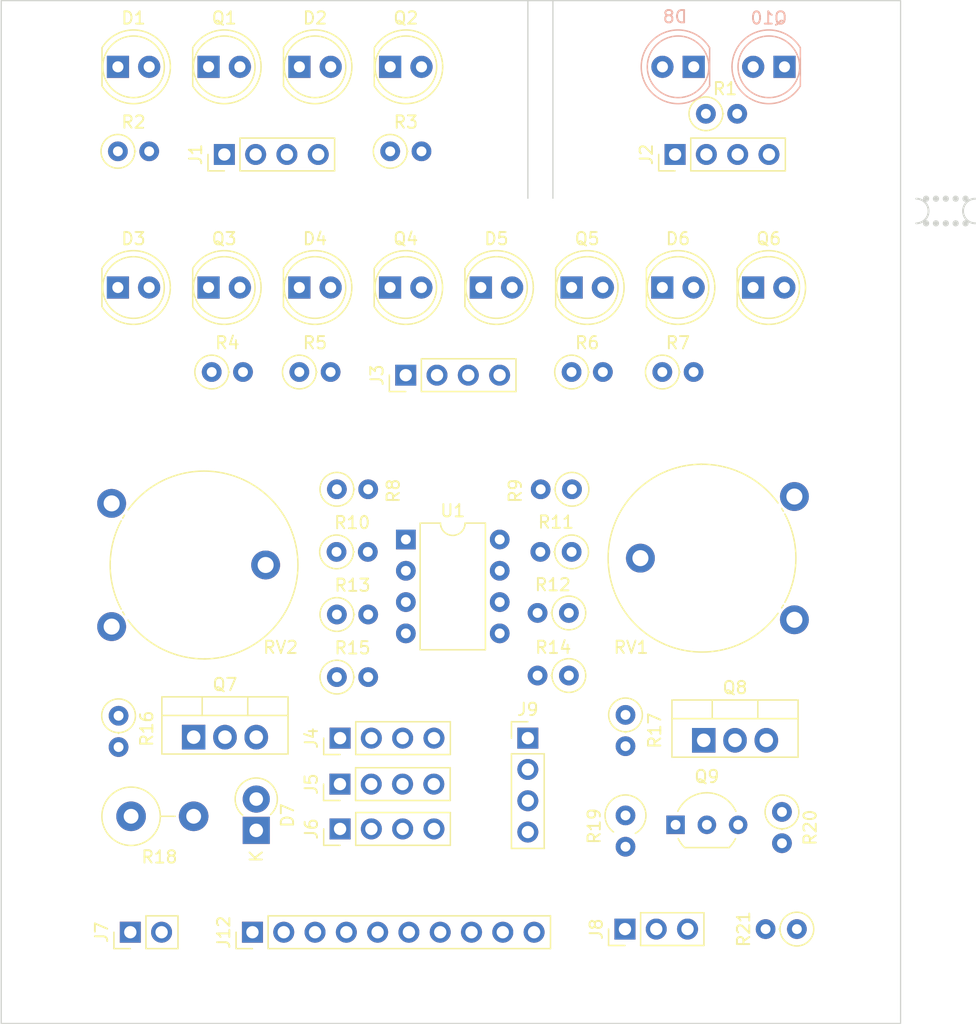
<source format=kicad_pcb>
(kicad_pcb (version 20221018) (generator pcbnew)
  (layers (0 "F.Cu" signal) (31 "B.Cu" signal) (34 "B.Paste" user) (35 "F.Paste" user) (36 "B.SilkS" user "B.Silkscreen") (37 "F.SilkS" user "F.Silkscreen") (38 "B.Mask" user) (39 "F.Mask" user) (44 "Edge.Cuts" user))
  (net 0 "")
  (net 1 "MOTOR GND")
  (net 2 "GND")
  (net 3 "Net-(D2-K)")
  (net 4 "Net-(D5-K)")
  (net 5 "Net-(D6-K)")
  (net 6 "Net-(D7-K)")
  (net 7 "Net-(D8-K)")
  (net 8 "+3.3V")
  (net 9 "+5V")
  (net 10 "PIR")
  (net 11 "EMPTY")
  (net 12 "PBKA")
  (net 13 "IR GND")
  (net 14 "DISPENSE SIG")
  (net 15 "DEPOSIT SIG")
  (net 16 "Net-(J8-Pin_3)")
  (net 17 "SENSOR IR")
  (net 18 "DEPOSIT")
  (net 19 "DEPOSIT ADJ")
  (net 20 "DISPENSE")
  (net 21 "DISPENSE ADJ")
  (net 22 "MOTOR")
  (net 23 "Net-(U1B-+)")
  (net 24 "Net-(U1A-+)")
  (net 25 "Net-(U1B--)")
  (net 26 "Net-(U1A--)")
  (net 27 "Net-(D1-K)")
  (net 28 "Net-(D1-A)")
  (net 29 "Net-(D3-K)")
  (net 30 "Net-(D3-A)")
  (net 31 "Net-(D4-K)")
  (net 32 "Net-(D8-A)")
  (net 33 "Net-(J1-Pin_1)")
  (net 34 "Net-(J1-Pin_3)")
  (net 35 "Net-(J1-Pin_4)")
  (net 36 "Net-(J2-Pin_1)")
  (net 37 "Net-(J2-Pin_3)")
  (net 38 "Net-(J2-Pin_4)")
  (net 39 "Net-(J3-Pin_1)")
  (net 40 "Net-(J3-Pin_3)")
  (net 41 "Net-(J3-Pin_4)")
  (net 42 "Net-(Q7-B)")
  (net 43 "Net-(Q8-B)")
  (net 44 "Net-(Q9-C)")
  (net 45 "Net-(Q9-B)")
  (net 46 "Net-(R8-Pad1)")
  (net 47 "Net-(R9-Pad2)")
  (footprint "Resistor_THT:R_Axial_DIN0207_L6.3mm_D2.5mm_P2.54mm_Vertical" (layer "F.Cu") (at 157.197 59.182)
    (fp_text reference "R1" (at 1.553 -2.032) (layer "F.SilkS"))
    (fp_text value "100R")
    (fp_line (start 1.37 0) (end 1.44 0) (stroke (width 0.12)) (layer "F.SilkS"))
    (fp_circle (center 0 0) (end 1.37 0) (stroke (width 0.12)) (fill none) (layer "F.SilkS"))
    (pad "1" thru_hole circle (at 0 0) (size 1.6 1.6) (drill 0.8) (layers "*.Cu" "*.Mask") (net 7 "Net-(D8-K)"))
    (pad "2" thru_hole oval (at 2.54 0) (size 1.6 1.6) (drill 0.8) (layers "*.Cu" "*.Mask") (net 36 "Net-(J2-Pin_1)"))
  )
  (footprint "Diode_THT:D_DO-41_SOD81_P2.54mm_Vertical_KathodeUp" (layer "F.Cu") (at 120.6995 117.329734 90)
    (fp_text reference "D7" (at 1.214234 2.54 90) (layer "F.SilkS"))
    (fp_text value "1N4001")
    (fp_text user "K" (at -2.1 0 90) (layer "F.SilkS"))
    (fp_arc (start 1.228847 -1.1) (mid 4.250877 -0.044974) (end 1.288449 1.167366) (stroke (width 0.12)) (layer "F.SilkS"))
    (pad "1" thru_hole rect (at 0 0 90) (size 2.2 2.2) (drill 1.1) (layers "*.Cu" "*.Mask") (net 6 "Net-(D7-K)"))
    (pad "2" thru_hole oval (at 2.54 0 90) (size 2.2 2.2) (drill 1.1) (layers "*.Cu" "*.Mask") (net 2 "GND"))
  )
  (footprint "Resistor_THT:R_Axial_DIN0207_L6.3mm_D2.5mm_P2.54mm_Vertical" (layer "F.Cu") (at 131.572 62.23)
    (fp_text reference "R3" (at 1.27 -2.37) (layer "F.SilkS"))
    (fp_text value "100R")
    (fp_line (start 1.37 0) (end 1.44 0) (stroke (width 0.12)) (layer "F.SilkS"))
    (fp_circle (center 0 0) (end 1.37 0) (stroke (width 0.12)) (fill none) (layer "F.SilkS"))
    (pad "1" thru_hole circle (at 0 0) (size 1.6 1.6) (drill 0.8) (layers "*.Cu" "*.Mask") (net 3 "Net-(D2-K)"))
    (pad "2" thru_hole oval (at 2.54 0) (size 1.6 1.6) (drill 0.8) (layers "*.Cu" "*.Mask") (net 33 "Net-(J1-Pin_1)"))
  )
  (footprint "LED_THT:LED_D5.0mm_IRGrey" (layer "F.Cu") (at 153.66 73.2795)
    (fp_text reference "D6" (at 1.27 -3.96) (layer "F.SilkS"))
    (fp_text value "CQY99")
    (fp_line (start -1.29 -1.545) (end -1.29 1.545) (stroke (width 0.12)) (layer "F.SilkS"))
    (fp_arc (start -1.29 -1.54483) (mid 2.072002 -2.880433) (end 4.26 0.000462) (stroke (width 0.12)) (layer "F.SilkS"))
    (fp_arc (start 4.26 -0.000462) (mid 2.072002 2.880433) (end -1.29 1.54483) (stroke (width 0.12)) (layer "F.SilkS"))
    (fp_circle (center 1.27 0) (end 3.77 0) (stroke (width 0.12)) (fill none) (layer "F.SilkS"))
    (pad "1" thru_hole rect (at 0 0) (size 1.8 1.8) (drill 0.9) (layers "*.Cu" "*.Mask") (net 5 "Net-(D6-K)"))
    (pad "2" thru_hole circle (at 2.54 0) (size 1.8 1.8) (drill 0.9) (layers "*.Cu" "*.Mask") (net 30 "Net-(D3-A)"))
  )
  (footprint "LED_THT:LED_D5.0mm_IRGrey" (layer "F.Cu") (at 109.469 55.372)
    (fp_text reference "D1" (at 1.27 -3.96) (layer "F.SilkS"))
    (fp_text value "CQY99")
    (fp_line (start -1.29 -1.545) (end -1.29 1.545) (stroke (width 0.12)) (layer "F.SilkS"))
    (fp_arc (start -1.29 -1.54483) (mid 2.072002 -2.880433) (end 4.26 0.000462) (stroke (width 0.12)) (layer "F.SilkS"))
    (fp_arc (start 4.26 -0.000462) (mid 2.072002 2.880433) (end -1.29 1.54483) (stroke (width 0.12)) (layer "F.SilkS"))
    (fp_circle (center 1.27 0) (end 3.77 0) (stroke (width 0.12)) (fill none) (layer "F.SilkS"))
    (pad "1" thru_hole rect (at 0 0) (size 1.8 1.8) (drill 0.9) (layers "*.Cu" "*.Mask") (net 27 "Net-(D1-K)"))
    (pad "2" thru_hole circle (at 2.54 0) (size 1.8 1.8) (drill 0.9) (layers "*.Cu" "*.Mask") (net 28 "Net-(D1-A)"))
  )
  (footprint "Resistor_THT:R_Axial_DIN0309_L9.0mm_D3.2mm_P2.54mm_Vertical" (layer "F.Cu") (at 150.6715 116.1155 -90)
    (fp_text reference "R19" (at 0.87 2.54 90) (layer "F.SilkS"))
    (fp_text value "47R")
    (fp_arc (start 1.344775 0.97138) (mid -1.655812 -0.101418) (end 1.453272 -0.8) (stroke (width 0.12)) (layer "F.SilkS"))
    (pad "1" thru_hole circle (at 0 0 270) (size 1.6 1.6) (drill 0.8) (layers "*.Cu" "*.Mask") (net 44 "Net-(Q9-C)"))
    (pad "2" thru_hole oval (at 2.54 0 270) (size 1.6 1.6) (drill 0.8) (layers "*.Cu" "*.Mask") (net 9 "+5V"))
  )
  (footprint "Resistor_THT:R_Axial_DIN0207_L6.3mm_D2.5mm_P2.54mm_Vertical" (layer "F.Cu") (at 124.196 80.1375)
    (fp_text reference "R5" (at 1.27 -2.37) (layer "F.SilkS"))
    (fp_text value "100R")
    (fp_line (start 1.37 0) (end 1.44 0) (stroke (width 0.12)) (layer "F.SilkS"))
    (fp_circle (center 0 0) (end 1.37 0) (stroke (width 0.12)) (fill none) (layer "F.SilkS"))
    (pad "1" thru_hole circle (at 0 0) (size 1.6 1.6) (drill 0.8) (layers "*.Cu" "*.Mask") (net 31 "Net-(D4-K)"))
    (pad "2" thru_hole oval (at 2.54 0) (size 1.6 1.6) (drill 0.8) (layers "*.Cu" "*.Mask") (net 39 "Net-(J3-Pin_1)"))
  )
  (footprint "Resistor_THT:R_Axial_DIN0207_L6.3mm_D2.5mm_P2.54mm_Vertical" (layer "F.Cu") (at 163.3715 115.8325 -90)
    (fp_text reference "R20" (at 1.27 -2.286 90) (layer "F.SilkS"))
    (fp_text value "10K")
    (fp_line (start 1.37 0) (end 1.44 0) (stroke (width 0.12)) (layer "F.SilkS"))
    (fp_circle (center 0 0) (end 1.37 0) (stroke (width 0.12)) (fill none) (layer "F.SilkS"))
    (pad "1" thru_hole circle (at 0 0 270) (size 1.6 1.6) (drill 0.8) (layers "*.Cu" "*.Mask") (net 45 "Net-(Q9-B)"))
    (pad "2" thru_hole oval (at 2.54 0 270) (size 1.6 1.6) (drill 0.8) (layers "*.Cu" "*.Mask") (net 12 "PBKA"))
  )
  (footprint "Resistor_THT:R_Axial_DIN0207_L6.3mm_D2.5mm_P2.54mm_Vertical" (layer "F.Cu") (at 153.66 80.1375)
    (fp_text reference "R7" (at 1.27 -2.37) (layer "F.SilkS"))
    (fp_text value "100R")
    (fp_line (start 1.37 0) (end 1.44 0) (stroke (width 0.12)) (layer "F.SilkS"))
    (fp_circle (center 0 0) (end 1.37 0) (stroke (width 0.12)) (fill none) (layer "F.SilkS"))
    (pad "1" thru_hole circle (at 0 0) (size 1.6 1.6) (drill 0.8) (layers "*.Cu" "*.Mask") (net 5 "Net-(D6-K)"))
    (pad "2" thru_hole oval (at 2.54 0) (size 1.6 1.6) (drill 0.8) (layers "*.Cu" "*.Mask") (net 39 "Net-(J3-Pin_1)"))
  )
  (footprint "Connector_PinHeader_2.54mm:PinHeader_1x04_P2.54mm_Vertical" (layer "F.Cu") (at 154.696 62.484 90)
    (fp_text reference "J2" (at 0 -2.33 90) (layer "F.SilkS"))
    (fp_text value "EMPTY")
    (fp_line (start -1.33 -1.33) (end 0 -1.33) (stroke (width 0.12)) (layer "F.SilkS"))
    (fp_line (start -1.33 0) (end -1.33 -1.33) (stroke (width 0.12)) (layer "F.SilkS"))
    (fp_line (start -1.33 1.27) (end -1.33 8.95) (stroke (width 0.12)) (layer "F.SilkS"))
    (fp_line (start -1.33 1.27) (end 1.33 1.27) (stroke (width 0.12)) (layer "F.SilkS"))
    (fp_line (start -1.33 8.95) (end 1.33 8.95) (stroke (width 0.12)) (layer "F.SilkS"))
    (fp_line (start 1.33 1.27) (end 1.33 8.95) (stroke (width 0.12)) (layer "F.SilkS"))
    (pad "1" thru_hole rect (at 0 0 90) (size 1.7 1.7) (drill 1) (layers "*.Cu" "*.Mask") (net 36 "Net-(J2-Pin_1)"))
    (pad "2" thru_hole oval (at 0 2.54 90) (size 1.7 1.7) (drill 1) (layers "*.Cu" "*.Mask") (net 32 "Net-(D8-A)"))
    (pad "3" thru_hole oval (at 0 5.08 90) (size 1.7 1.7) (drill 1) (layers "*.Cu" "*.Mask") (net 37 "Net-(J2-Pin_3)"))
    (pad "4" thru_hole oval (at 0 7.62 90) (size 1.7 1.7) (drill 1) (layers "*.Cu" "*.Mask") (net 38 "Net-(J2-Pin_4)"))
  )
  (footprint "Connector_PinHeader_2.54mm:PinHeader_1x03_P2.54mm_Vertical" (layer "F.Cu") (at 150.6275 125.3395 90)
    (fp_text reference "J8" (at 0 -2.33 90) (layer "F.SilkS"))
    (fp_text value "PIR")
    (fp_line (start -1.33 -1.33) (end 0 -1.33) (stroke (width 0.12)) (layer "F.SilkS"))
    (fp_line (start -1.33 0) (end -1.33 -1.33) (stroke (width 0.12)) (layer "F.SilkS"))
    (fp_line (start -1.33 1.27) (end -1.33 6.41) (stroke (width 0.12)) (layer "F.SilkS"))
    (fp_line (start -1.33 1.27) (end 1.33 1.27) (stroke (width 0.12)) (layer "F.SilkS"))
    (fp_line (start -1.33 6.41) (end 1.33 6.41) (stroke (width 0.12)) (layer "F.SilkS"))
    (fp_line (start 1.33 1.27) (end 1.33 6.41) (stroke (width 0.12)) (layer "F.SilkS"))
    (pad "1" thru_hole rect (at 0 0 90) (size 1.7 1.7) (drill 1) (layers "*.Cu" "*.Mask") (net 2 "GND"))
    (pad "2" thru_hole oval (at 0 2.54 90) (size 1.7 1.7) (drill 1) (layers "*.Cu" "*.Mask") (net 8 "+3.3V"))
    (pad "3" thru_hole oval (at 0 5.08 90) (size 1.7 1.7) (drill 1) (layers "*.Cu" "*.Mask") (net 16 "Net-(J8-Pin_3)"))
  )
  (footprint "Resistor_THT:R_Axial_DIN0207_L6.3mm_D2.5mm_P2.54mm_Vertical" (layer "F.Cu") (at 127.244 89.652)
    (fp_text reference "R8" (at 4.5775 0.1275 90) (layer "F.SilkS"))
    (fp_text value "10K")
    (fp_line (start 1.37 0) (end 1.44 0) (stroke (width 0.12)) (layer "F.SilkS"))
    (fp_circle (center 0 0) (end 1.37 0) (stroke (width 0.12)) (fill none) (layer "F.SilkS"))
    (pad "1" thru_hole circle (at 0 0) (size 1.6 1.6) (drill 0.8) (layers "*.Cu" "*.Mask") (net 46 "Net-(R8-Pad1)"))
    (pad "2" thru_hole oval (at 2.54 0) (size 1.6 1.6) (drill 0.8) (layers "*.Cu" "*.Mask") (net 18 "DEPOSIT"))
  )
  (footprint "Resistor_THT:R_Axial_DIN0207_L6.3mm_D2.5mm_P2.54mm_Vertical" (layer "F.Cu") (at 146.0745 99.6855 180)
    (fp_text reference "R12" (at 1.299 2.286) (layer "F.SilkS"))
    (fp_text value "10K")
    (fp_line (start 1.37 0) (end 1.44 0) (stroke (width 0.12)) (layer "F.SilkS"))
    (fp_circle (center 0 0) (end 1.37 0) (stroke (width 0.12)) (fill none) (layer "F.SilkS"))
    (pad "1" thru_hole circle (at 0 0 180) (size 1.6 1.6) (drill 0.8) (layers "*.Cu" "*.Mask") (net 14 "DISPENSE SIG"))
    (pad "2" thru_hole oval (at 2.54 0 180) (size 1.6 1.6) (drill 0.8) (layers "*.Cu" "*.Mask") (net 23 "Net-(U1B-+)"))
  )
  (footprint "LED_THT:LED_D5.0mm_IRBlack" (layer "F.Cu") (at 161.026 73.2795)
    (fp_text reference "Q6" (at 1.27 -3.96) (layer "F.SilkS"))
    (fp_text value "Q_Photo_NPN")
    (fp_line (start -1.29 -1.545) (end -1.29 1.545) (stroke (width 0.12)) (layer "F.SilkS"))
    (fp_arc (start -1.29 -1.54483) (mid 2.072002 -2.880433) (end 4.26 0.000462) (stroke (width 0.12)) (layer "F.SilkS"))
    (fp_arc (start 4.26 -0.000462) (mid 2.072002 2.880433) (end -1.29 1.54483) (stroke (width 0.12)) (layer "F.SilkS"))
    (fp_circle (center 1.27 0) (end 3.77 0) (stroke (width 0.12)) (fill none) (layer "F.SilkS"))
    (pad "1" thru_hole rect (at 0 0) (size 1.8 1.8) (drill 0.9) (layers "*.Cu" "*.Mask") (net 40 "Net-(J3-Pin_3)"))
    (pad "2" thru_hole circle (at 2.54 0) (size 1.8 1.8) (drill 0.9) (layers "*.Cu" "*.Mask") (net 41 "Net-(J3-Pin_4)"))
  )
  (footprint "LED_THT:LED_D5.0mm_IRGrey" (layer "F.Cu") (at 109.464 73.2795)
    (fp_text reference "D3" (at 1.27 -3.96) (layer "F.SilkS"))
    (fp_text value "CQY99")
    (fp_line (start -1.29 -1.545) (end -1.29 1.545) (stroke (width 0.12)) (layer "F.SilkS"))
    (fp_arc (start -1.29 -1.54483) (mid 2.072002 -2.880433) (end 4.26 0.000462) (stroke (width 0.12)) (layer "F.SilkS"))
    (fp_arc (start 4.26 -0.000462) (mid 2.072002 2.880433) (end -1.29 1.54483) (stroke (width 0.12)) (layer "F.SilkS"))
    (fp_circle (center 1.27 0) (end 3.77 0) (stroke (width 0.12)) (fill none) (layer "F.SilkS"))
    (pad "1" thru_hole rect (at 0 0) (size 1.8 1.8) (drill 0.9) (layers "*.Cu" "*.Mask") (net 29 "Net-(D3-K)"))
    (pad "2" thru_hole circle (at 2.54 0) (size 1.8 1.8) (drill 0.9) (layers "*.Cu" "*.Mask") (net 30 "Net-(D3-A)"))
  )
  (footprint "Resistor_THT:R_Axial_DIN0207_L6.3mm_D2.5mm_P2.54mm_Vertical" (layer "F.Cu") (at 164.5825 125.3395 180)
    (fp_text reference "R21" (at 4.318 0 90) (layer "F.SilkS"))
    (fp_text value "10K")
    (fp_line (start 1.37 0) (end 1.44 0) (stroke (width 0.12)) (layer "F.SilkS"))
    (fp_circle (center 0 0) (end 1.37 0) (stroke (width 0.12)) (fill none) (layer "F.SilkS"))
    (pad "1" thru_hole circle (at 0 0 180) (size 1.6 1.6) (drill 0.8) (layers "*.Cu" "*.Mask") (net 10 "PIR"))
    (pad "2" thru_hole oval (at 2.54 0 180) (size 1.6 1.6) (drill 0.8) (layers "*.Cu" "*.Mask") (net 16 "Net-(J8-Pin_3)"))
  )
  (footprint "LED_THT:LED_D5.0mm_IRBlack" (layer "F.Cu") (at 146.294 73.2795)
    (fp_text reference "Q5" (at 1.27 -3.96) (layer "F.SilkS"))
    (fp_text value "Q_Photo_NPN")
    (fp_line (start -1.29 -1.545) (end -1.29 1.545) (stroke (width 0.12)) (layer "F.SilkS"))
    (fp_arc (start -1.29 -1.54483) (mid 2.072002 -2.880433) (end 4.26 0.000462) (stroke (width 0.12)) (layer "F.SilkS"))
    (fp_arc (start 4.26 -0.000462) (mid 2.072002 2.880433) (end -1.29 1.54483) (stroke (width 0.12)) (layer "F.SilkS"))
    (fp_circle (center 1.27 0) (end 3.77 0) (stroke (width 0.12)) (fill none) (layer "F.SilkS"))
    (pad "1" thru_hole rect (at 0 0) (size 1.8 1.8) (drill 0.9) (layers "*.Cu" "*.Mask") (net 40 "Net-(J3-Pin_3)"))
    (pad "2" thru_hole circle (at 2.54 0) (size 1.8 1.8) (drill 0.9) (layers "*.Cu" "*.Mask") (net 41 "Net-(J3-Pin_4)"))
  )
  (footprint "Connector_PinHeader_2.54mm:PinHeader_1x02_P2.54mm_Vertical" (layer "F.Cu") (at 110.4755 125.5935 90)
    (fp_text reference "J7" (at 0 -2.33 90) (layer "F.SilkS"))
    (fp_text value "MOTOR")
    (fp_line (start -1.33 -1.33) (end 0 -1.33) (stroke (width 0.12)) (layer "F.SilkS"))
    (fp_line (start -1.33 0) (end -1.33 -1.33) (stroke (width 0.12)) (layer "F.SilkS"))
    (fp_line (start -1.33 1.27) (end -1.33 3.87) (stroke (width 0.12)) (layer "F.SilkS"))
    (fp_line (start -1.33 1.27) (end 1.33 1.27) (stroke (width 0.12)) (layer "F.SilkS"))
    (fp_line (start -1.33 3.87) (end 1.33 3.87) (stroke (width 0.12)) (layer "F.SilkS"))
    (fp_line (start 1.33 1.27) (end 1.33 3.87) (stroke (width 0.12)) (layer "F.SilkS"))
    (pad "1" thru_hole rect (at 0 0 90) (size 1.7 1.7) (drill 1) (layers "*.Cu" "*.Mask") (net 1 "MOTOR GND"))
    (pad "2" thru_hole oval (at 0 2.54 90) (size 1.7 1.7) (drill 1) (layers "*.Cu" "*.Mask") (net 9 "+5V"))
  )
  (footprint "Package_TO_SOT_THT:TO-220-3_Vertical" (layer "F.Cu") (at 115.6195 109.7655)
    (fp_text reference "Q7" (at 2.54 -4.27) (layer "F.SilkS"))
    (fp_text value "TIP120")
    (fp_line (start -2.58 -3.27) (end -2.58 1.371) (stroke (width 0.12)) (layer "F.SilkS"))
    (fp_line (start -2.58 -3.27) (end 7.66 -3.27) (stroke (width 0.12)) (layer "F.SilkS"))
    (fp_line (start -2.58 -1.76) (end 7.66 -1.76) (stroke (width 0.12)) (layer "F.SilkS"))
    (fp_line (start -2.58 1.371) (end 7.66 1.371) (stroke (width 0.12)) (layer "F.SilkS"))
    (fp_line (start 0.69 -3.27) (end 0.69 -1.76) (stroke (width 0.12)) (layer "F.SilkS"))
    (fp_line (start 4.391 -3.27) (end 4.391 -1.76) (stroke (width 0.12)) (layer "F.SilkS"))
    (fp_line (start 7.66 -3.27) (end 7.66 1.371) (stroke (width 0.12)) (layer "F.SilkS"))
    (pad "1" thru_hole rect (at 0 0) (size 1.905 2) (drill 1.1) (layers "*.Cu" "*.Mask") (net 42 "Net-(Q7-B)"))
    (pad "2" thru_hole oval (at 2.54 0) (size 1.905 2) (drill 1.1) (layers "*.Cu" "*.Mask") (net 6 "Net-(D7-K)"))
    (pad "3" thru_hole oval (at 5.08 0) (size 1.905 2) (drill 1.1) (layers "*.Cu" "*.Mask") (net 2 "GND"))
  )
  (footprint "Connector_PinHeader_2.54mm:PinHeader_1x04_P2.54mm_Vertical" (layer "F.Cu") (at 127.5035 117.2115 90)
    (fp_text reference "J6" (at 0 -2.33 90) (layer "F.SilkS"))
    (fp_text value "EMPTY")
    (fp_line (start -1.33 -1.33) (end 0 -1.33) (stroke (width 0.12)) (layer "F.SilkS"))
    (fp_line (start -1.33 0) (end -1.33 -1.33) (stroke (width 0.12)) (layer "F.SilkS"))
    (fp_line (start -1.33 1.27) (end -1.33 8.95) (stroke (width 0.12)) (layer "F.SilkS"))
    (fp_line (start -1.33 1.27) (end 1.33 1.27) (stroke (width 0.12)) (layer "F.SilkS"))
    (fp_line (start -1.33 8.95) (end 1.33 8.95) (stroke (width 0.12)) (layer "F.SilkS"))
    (fp_line (start 1.33 1.27) (end 1.33 8.95) (stroke (width 0.12)) (layer "F.SilkS"))
    (pad "1" thru_hole rect (at 0 0 90) (size 1.7 1.7) (drill 1) (layers "*.Cu" "*.Mask") (net 13 "IR GND"))
    (pad "2" thru_hole oval (at 0 2.54 90) (size 1.7 1.7) (drill 1) (layers "*.Cu" "*.Mask") (net 9 "+5V"))
    (pad "3" thru_hole oval (at 0 5.08 90) (size 1.7 1.7) (drill 1) (layers "*.Cu" "*.Mask") (net 8 "+3.3V"))
    (pad "4" thru_hole oval (at 0 7.62 90) (size 1.7 1.7) (drill 1) (layers "*.Cu" "*.Mask") (net 11 "EMPTY"))
  )
  (footprint "Resistor_THT:R_Axial_DIN0207_L6.3mm_D2.5mm_P2.54mm_Vertical" (layer "F.Cu") (at 146.2995 94.732 180)
    (fp_text reference "R11" (at 1.27 2.4125) (layer "F.SilkS"))
    (fp_text value "10K")
    (fp_line (start 1.37 0) (end 1.44 0) (stroke (width 0.12)) (layer "F.SilkS"))
    (fp_circle (center 0 0) (end 1.37 0) (stroke (width 0.12)) (fill none) (layer "F.SilkS"))
    (pad "1" thru_hole circle (at 0 0 180) (size 1.6 1.6) (drill 0.8) (layers "*.Cu" "*.Mask") (net 21 "DISPENSE ADJ"))
    (pad "2" thru_hole oval (at 2.54 0 180) (size 1.6 1.6) (drill 0.8) (layers "*.Cu" "*.Mask") (net 25 "Net-(U1B--)"))
  )
  (footprint "Potentiometer_THT:Potentiometer_Piher_PT-15-V02_Vertical" (layer "F.Cu") (at 108.9615 100.7955)
    (fp_text reference "RV2" (at 13.716 1.684) (layer "F.SilkS"))
    (fp_text value "100K")
    (fp_arc (start 0.772013 -1.423856) (mid -0.119358 -5.001051) (end 0.773 -8.578) (stroke (width 0.12)) (layer "F.SilkS"))
    (fp_arc (start 0.902012 -8.810055) (mid 0.969511 -8.924626) (end 1.039 -9.038) (stroke (width 0.12)) (layer "F.SilkS"))
    (fp_arc (start 1.037952 -0.963019) (mid 0.968481 -1.076412) (end 0.901 -1.191) (stroke (width 0.12)) (layer "F.SilkS"))
    (fp_arc (start 1.335291 -9.478924) (mid 14.28947 -8.459407) (end 7.5 2.62) (stroke (width 0.12)) (layer "F.SilkS"))
    (fp_arc (start 7.632064 2.618548) (mid 4.099288 1.818715) (end 1.335 -0.522) (stroke (width 0.12)) (layer "F.SilkS"))
    (pad "1" thru_hole circle (at 0 0) (size 2.34 2.34) (drill 1.3) (layers "*.Cu" "*.Mask") (net 8 "+3.3V"))
    (pad "2" thru_hole circle (at 12.5 -5) (size 2.34 2.34) (drill 1.3) (layers "*.Cu" "*.Mask") (net 19 "DEPOSIT ADJ"))
    (pad "3" thru_hole circle (at 0 -10) (size 2.34 2.34) (drill 1.3) (layers "*.Cu" "*.Mask") (net 2 "GND"))
  )
  (footprint "Resistor_THT:R_Axial_DIN0207_L6.3mm_D2.5mm_P2.54mm_Vertical" (layer "F.Cu") (at 127.244 99.812)
    (fp_text reference "R13" (at 1.27 -2.37) (layer "F.SilkS"))
    (fp_text value "10K")
    (fp_line (start 1.37 0) (end 1.44 0) (stroke (width 0.12)) (layer "F.SilkS"))
    (fp_circle (center 0 0) (end 1.37 0) (stroke (width 0.12)) (fill none) (layer "F.SilkS"))
    (pad "1" thru_hole circle (at 0 0) (size 1.6 1.6) (drill 0.8) (layers "*.Cu" "*.Mask") (net 24 "Net-(U1A-+)"))
    (pad "2" thru_hole oval (at 2.54 0) (size 1.6 1.6) (drill 0.8) (layers "*.Cu" "*.Mask") (net 15 "DEPOSIT SIG"))
  )
  (footprint "LED_THT:LED_D5.0mm_IRGrey" (layer "F.Cu") (at 124.201 55.372)
    (fp_text reference "D2" (at 1.27 -3.96) (layer "F.SilkS"))
    (fp_text value "CQY99")
    (fp_line (start -1.29 -1.545) (end -1.29 1.545) (stroke (width 0.12)) (layer "F.SilkS"))
    (fp_arc (start -1.29 -1.54483) (mid 2.072002 -2.880433) (end 4.26 0.000462) (stroke (width 0.12)) (layer "F.SilkS"))
    (fp_arc (start 4.26 -0.000462) (mid 2.072002 2.880433) (end -1.29 1.54483) (stroke (width 0.12)) (layer "F.SilkS"))
    (fp_circle (center 1.27 0) (end 3.77 0) (stroke (width 0.12)) (fill none) (layer "F.SilkS"))
    (pad "1" thru_hole rect (at 0 0) (size 1.8 1.8) (drill 0.9) (layers "*.Cu" "*.Mask") (net 3 "Net-(D2-K)"))
    (pad "2" thru_hole circle (at 2.54 0) (size 1.8 1.8) (drill 0.9) (layers "*.Cu" "*.Mask") (net 28 "Net-(D1-A)"))
  )
  (footprint "LED_THT:LED_D5.0mm_IRGrey" (layer "F.Cu") (at 138.928 73.2795)
    (fp_text reference "D5" (at 1.27 -3.96) (layer "F.SilkS"))
    (fp_text value "CQY99")
    (fp_line (start -1.29 -1.545) (end -1.29 1.545) (stroke (width 0.12)) (layer "F.SilkS"))
    (fp_arc (start -1.29 -1.54483) (mid 2.072002 -2.880433) (end 4.26 0.000462) (stroke (width 0.12)) (layer "F.SilkS"))
    (fp_arc (start 4.26 -0.000462) (mid 2.072002 2.880433) (end -1.29 1.54483) (stroke (width 0.12)) (layer "F.SilkS"))
    (fp_circle (center 1.27 0) (end 3.77 0) (stroke (width 0.12)) (fill none) (layer "F.SilkS"))
    (pad "1" thru_hole rect (at 0 0) (size 1.8 1.8) (drill 0.9) (layers "*.Cu" "*.Mask") (net 4 "Net-(D5-K)"))
    (pad "2" thru_hole circle (at 2.54 0) (size 1.8 1.8) (drill 0.9) (layers "*.Cu" "*.Mask") (net 30 "Net-(D3-A)"))
  )
  (footprint "Resistor_THT:R_Axial_DIN0207_L6.3mm_D2.5mm_P2.54mm_Vertical" (layer "F.Cu") (at 146.0745 104.7655 180)
    (fp_text reference "R14" (at 1.27 2.286) (layer "F.SilkS"))
    (fp_text value "10K")
    (fp_line (start 1.37 0) (end 1.44 0) (stroke (width 0.12)) (layer "F.SilkS"))
    (fp_circle (center 0 0) (end 1.37 0) (stroke (width 0.12)) (fill none) (layer "F.SilkS"))
    (pad "1" thru_hole circle (at 0 0 180) (size 1.6 1.6) (drill 0.8) (layers "*.Cu" "*.Mask") (net 2 "GND"))
    (pad "2" thru_hole oval (at 2.54 0 180) (size 1.6 1.6) (drill 0.8) (layers "*.Cu" "*.Mask") (net 23 "Net-(U1B-+)"))
  )
  (footprint "Resistor_THT:R_Axial_DIN0207_L6.3mm_D2.5mm_P2.54mm_Vertical" (layer "F.Cu") (at 127.215 94.732)
    (fp_text reference "R10" (at 1.27 -2.37) (layer "F.SilkS"))
    (fp_text value "10K")
    (fp_line (start 1.37 0) (end 1.44 0) (stroke (width 0.12)) (layer "F.SilkS"))
    (fp_circle (center 0 0) (end 1.37 0) (stroke (width 0.12)) (fill none) (layer "F.SilkS"))
    (pad "1" thru_hole circle (at 0 0) (size 1.6 1.6) (drill 0.8) (layers "*.Cu" "*.Mask") (net 19 "DEPOSIT ADJ"))
    (pad "2" thru_hole oval (at 2.54 0) (size 1.6 1.6) (drill 0.8) (layers "*.Cu" "*.Mask") (net 26 "Net-(U1A--)"))
  )
  (footprint "Package_DIP:DIP-8_W7.62mm" (layer "F.Cu") (at 132.842 93.726)
    (fp_text reference "U1" (at 3.81 -2.33) (layer "F.SilkS"))
    (fp_text value "LM393")
    (fp_line (start 1.16 -1.33) (end 1.16 8.95) (stroke (width 0.12)) (layer "F.SilkS"))
    (fp_line (start 1.16 8.95) (end 6.46 8.95) (stroke (width 0.12)) (layer "F.SilkS"))
    (fp_line (start 2.81 -1.33) (end 1.16 -1.33) (stroke (width 0.12)) (layer "F.SilkS"))
    (fp_line (start 6.46 -1.33) (end 4.81 -1.33) (stroke (width 0.12)) (layer "F.SilkS"))
    (fp_line (start 6.46 8.95) (end 6.46 -1.33) (stroke (width 0.12)) (layer "F.SilkS"))
    (fp_arc (start 4.81 -1.33) (mid 3.81 -0.33) (end 2.81 -1.33) (stroke (width 0.12)) (layer "F.SilkS"))
    (pad "1" thru_hole rect (at 0 0) (size 1.6 1.6) (drill 0.8) (layers "*.Cu" "*.Mask") (net 46 "Net-(R8-Pad1)"))
    (pad "2" thru_hole oval (at 0 2.54) (size 1.6 1.6) (drill 0.8) (layers "*.Cu" "*.Mask") (net 26 "Net-(U1A--)"))
    (pad "3" thru_hole oval (at 0 5.08) (size 1.6 1.6) (drill 0.8) (layers "*.Cu" "*.Mask") (net 24 "Net-(U1A-+)"))
    (pad "4" thru_hole oval (at 0 7.62) (size 1.6 1.6) (drill 0.8) (layers "*.Cu" "*.Mask") (net 2 "GND"))
    (pad "5" thru_hole oval (at 7.62 7.62) (size 1.6 1.6) (drill 0.8) (layers "*.Cu" "*.Mask") (net 23 "Net-(U1B-+)"))
    (pad "6" thru_hole oval (at 7.62 5.08) (size 1.6 1.6) (drill 0.8) (layers "*.Cu" "*.Mask") (net 25 "Net-(U1B--)"))
    (pad "7" thru_hole oval (at 7.62 2.54) (size 1.6 1.6) (drill 0.8) (layers "*.Cu" "*.Mask") (net 47 "Net-(R9-Pad2)"))
    (pad "8" thru_hole oval (at 7.62 0) (size 1.6 1.6) (drill 0.8) (layers "*.Cu" "*.Mask") (net 8 "+3.3V"))
  )
  (footprint "Resistor_THT:R_Axial_DIN0207_L6.3mm_D2.5mm_P2.54mm_Vertical" (layer "F.Cu") (at 146.3285 89.652 180)
    (fp_text reference "R9" (at 4.601 -0.1275 90) (layer "F.SilkS"))
    (fp_text value "10K")
    (fp_line (start 1.37 0) (end 1.44 0) (stroke (width 0.12)) (layer "F.SilkS"))
    (fp_circle (center 0 0) (end 1.37 0) (stroke (width 0.12)) (fill none) (layer "F.SilkS"))
    (pad "1" thru_hole circle (at 0 0 180) (size 1.6 1.6) (drill 0.8) (layers "*.Cu" "*.Mask") (net 20 "DISPENSE"))
    (pad "2" thru_hole oval (at 2.54 0 180) (size 1.6 1.6) (drill 0.8) (layers "*.Cu" "*.Mask") (net 47 "Net-(R9-Pad2)"))
  )
  (footprint "Connector_PinHeader_2.54mm:PinHeader_1x04_P2.54mm_Vertical" (layer "F.Cu") (at 118.11 62.484 90)
    (fp_text reference "J1" (at 0 -2.33 90) (layer "F.SilkS"))
    (fp_text value "DISPENSE")
    (fp_line (start -1.33 -1.33) (end 0 -1.33) (stroke (width 0.12)) (layer "F.SilkS"))
    (fp_line (start -1.33 0) (end -1.33 -1.33) (stroke (width 0.12)) (layer "F.SilkS"))
    (fp_line (start -1.33 1.27) (end -1.33 8.95) (stroke (width 0.12)) (layer "F.SilkS"))
    (fp_line (start -1.33 1.27) (end 1.33 1.27) (stroke (width 0.12)) (layer "F.SilkS"))
    (fp_line (start -1.33 8.95) (end 1.33 8.95) (stroke (width 0.12)) (layer "F.SilkS"))
    (fp_line (start 1.33 1.27) (end 1.33 8.95) (stroke (width 0.12)) (layer "F.SilkS"))
    (pad "1" thru_hole rect (at 0 0 90) (size 1.7 1.7) (drill 1) (layers "*.Cu" "*.Mask") (net 33 "Net-(J1-Pin_1)"))
    (pad "2" thru_hole oval (at 0 2.54 90) (size 1.7 1.7) (drill 1) (layers "*.Cu" "*.Mask") (net 28 "Net-(D1-A)"))
    (pad "3" thru_hole oval (at 0 5.08 90) (size 1.7 1.7) (drill 1) (layers "*.Cu" "*.Mask") (net 34 "Net-(J1-Pin_3)"))
    (pad "4" thru_hole oval (at 0 7.62 90) (size 1.7 1.7) (drill 1) (layers "*.Cu" "*.Mask") (net 35 "Net-(J1-Pin_4)"))
  )
  (footprint "LED_THT:LED_D5.0mm_IRBlack" (layer "F.Cu") (at 116.83 55.372)
    (fp_text reference "Q1" (at 1.27 -3.96) (layer "F.SilkS"))
    (fp_text value "Q_Photo_NPN")
    (fp_line (start -1.29 -1.545) (end -1.29 1.545) (stroke (width 0.12)) (layer "F.SilkS"))
    (fp_arc (start -1.29 -1.54483) (mid 2.072002 -2.880433) (end 4.26 0.000462) (stroke (width 0.12)) (layer "F.SilkS"))
    (fp_arc (start 4.26 -0.000462) (mid 2.072002 2.880433) (end -1.29 1.54483) (stroke (width 0.12)) (layer "F.SilkS"))
    (fp_circle (center 1.27 0) (end 3.77 0) (stroke (width 0.12)) (fill none) (layer "F.SilkS"))
    (pad "1" thru_hole rect (at 0 0) (size 1.8 1.8) (drill 0.9) (layers "*.Cu" "*.Mask") (net 34 "Net-(J1-Pin_3)"))
    (pad "2" thru_hole circle (at 2.54 0) (size 1.8 1.8) (drill 0.9) (layers "*.Cu" "*.Mask") (net 35 "Net-(J1-Pin_4)"))
  )
  (footprint "Connector_PinHeader_2.54mm:PinHeader_1x04_P2.54mm_Vertical" (layer "F.Cu") (at 132.832 80.3915 90)
    (fp_text reference "J3" (at 0 -2.33 90) (layer "F.SilkS"))
    (fp_text value "DISPENSE")
    (fp_line (start -1.33 -1.33) (end 0 -1.33) (stroke (width 0.12)) (layer "F.SilkS"))
    (fp_line (start -1.33 0) (end -1.33 -1.33) (stroke (width 0.12)) (layer "F.SilkS"))
    (fp_line (start -1.33 1.27) (end -1.33 8.95) (stroke (width 0.12)) (layer "F.SilkS"))
    (fp_line (start -1.33 1.27) (end 1.33 1.27) (stroke (width 0.12)) (layer "F.SilkS"))
    (fp_line (start -1.33 8.95) (end 1.33 8.95) (stroke (width 0.12)) (layer "F.SilkS"))
    (fp_line (start 1.33 1.27) (end 1.33 8.95) (stroke (width 0.12)) (layer "F.SilkS"))
    (pad "1" thru_hole rect (at 0 0 90) (size 1.7 1.7) (drill 1) (layers "*.Cu" "*.Mask") (net 39 "Net-(J3-Pin_1)"))
    (pad "2" thru_hole oval (at 0 2.54 90) (size 1.7 1.7) (drill 1) (layers "*.Cu" "*.Mask") (net 30 "Net-(D3-A)"))
    (pad "3" thru_hole oval (at 0 5.08 90) (size 1.7 1.7) (drill 1) (layers "*.Cu" "*.Mask") (net 40 "Net-(J3-Pin_3)"))
    (pad "4" thru_hole oval (at 0 7.62 90) (size 1.7 1.7) (drill 1) (layers "*.Cu" "*.Mask") (net 41 "Net-(J3-Pin_4)"))
  )
  (footprint "Connector_PinHeader_2.54mm:PinHeader_1x10_P2.54mm_Vertical" (layer "F.Cu") (at 120.3915 125.5935 90)
    (fp_text reference "J12" (at 0 -2.33 90) (layer "F.SilkS"))
    (fp_text value "Conn_01x10_Pin")
    (fp_line (start -1.33 -1.33) (end 0 -1.33) (stroke (width 0.12)) (layer "F.SilkS"))
    (fp_line (start -1.33 0) (end -1.33 -1.33) (stroke (width 0.12)) (layer "F.SilkS"))
    (fp_line (start -1.33 1.27) (end -1.33 24.19) (stroke (width 0.12)) (layer "F.SilkS"))
    (fp_line (start -1.33 1.27) (end 1.33 1.27) (stroke (width 0.12)) (layer "F.SilkS"))
    (fp_line (start -1.33 24.19) (end 1.33 24.19) (stroke (width 0.12)) (layer "F.SilkS"))
    (fp_line (start 1.33 1.27) (end 1.33 24.19) (stroke (width 0.12)) (layer "F.SilkS"))
    (pad "1" thru_hole rect (at 0 0 90) (size 1.7 1.7) (drill 1) (layers "*.Cu" "*.Mask") (net 2 "GND"))
    (pad "2" thru_hole oval (at 0 2.54 90) (size 1.7 1.7) (drill 1) (layers "*.Cu" "*.Mask") (net 8 "+3.3V"))
    (pad "3" thru_hole oval (at 0 5.08 90) (size 1.7 1.7) (drill 1) (layers "*.Cu" "*.Mask") (net 9 "+5V"))
    (pad "4" thru_hole oval (at 0 7.62 90) (size 1.7 1.7) (drill 1) (layers "*.Cu" "*.Mask") (net 11 "EMPTY"))
    (pad "5" thru_hole oval (at 0 10.16 90) (size 1.7 1.7) (drill 1) (layers "*.Cu" "*.Mask") (net 12 "PBKA"))
    (pad "6" thru_hole oval (at 0 12.7 90) (size 1.7 1.7) (drill 1) (layers "*.Cu" "*.Mask") (net 10 "PIR"))
    (pad "7" thru_hole oval (at 0 15.24 90) (size 1.7 1.7) (drill 1) (layers "*.Cu" "*.Mask") (net 17 "SENSOR IR"))
    (pad "8" thru_hole oval (at 0 17.78 90) (size 1.7 1.7) (drill 1) (layers "*.Cu" "*.Mask") (net 18 "DEPOSIT"))
    (pad "9" thru_hole oval (at 0 20.32 90) (size 1.7 1.7) (drill 1) (layers "*.Cu" "*.Mask") (net 20 "DISPENSE"))
    (pad "10" thru_hole oval (at 0 22.86 90) (size 1.7 1.7) (drill 1) (layers "*.Cu" "*.Mask") (net 22 "MOTOR"))
  )
  (footprint "LED_THT:LED_D5.0mm_IRBlack" (layer "F.Cu") (at 131.572 55.372)
    (fp_text reference "Q2" (at 1.27 -3.96) (layer "F.SilkS"))
    (fp_text value "Q_Photo_NPN")
    (fp_line (start -1.29 -1.545) (end -1.29 1.545) (stroke (width 0.12)) (layer "F.SilkS"))
    (fp_arc (start -1.29 -1.54483) (mid 2.072002 -2.880433) (end 4.26 0.000462) (stroke (width 0.12)) (layer "F.SilkS"))
    (fp_arc (start 4.26 -0.000462) (mid 2.072002 2.880433) (end -1.29 1.54483) (stroke (width 0.12)) (layer "F.SilkS"))
    (fp_circle (center 1.27 0) (end 3.77 0) (stroke (width 0.12)) (fill none) (layer "F.SilkS"))
    (pad "1" thru_hole rect (at 0 0) (size 1.8 1.8) (drill 0.9) (layers "*.Cu" "*.Mask") (net 34 "Net-(J1-Pin_3)"))
    (pad "2" thru_hole circle (at 2.54 0) (size 1.8 1.8) (drill 0.9) (layers "*.Cu" "*.Mask") (net 35 "Net-(J1-Pin_4)"))
  )
  (footprint "Connector_PinHeader_2.54mm:PinHeader_1x04_P2.54mm_Vertical" (layer "F.Cu") (at 127.4935 113.5755 90)
    (fp_text reference "J5" (at 0 -2.33 90) (layer "F.SilkS"))
    (fp_text value "DISPENSE")
    (fp_line (start -1.33 -1.33) (end 0 -1.33) (stroke (width 0.12)) (layer "F.SilkS"))
    (fp_line (start -1.33 0) (end -1.33 -1.33) (stroke (width 0.12)) (layer "F.SilkS"))
    (fp_line (start -1.33 1.27) (end -1.33 8.95) (stroke (width 0.12)) (layer "F.SilkS"))
    (fp_line (start -1.33 1.27) (end 1.33 1.27) (stroke (width 0.12)) (layer "F.SilkS"))
    (fp_line (start -1.33 8.95) (end 1.33 8.95) (stroke (width 0.12)) (layer "F.SilkS"))
    (fp_line (start 1.33 1.27) (end 1.33 8.95) (stroke (width 0.12)) (layer "F.SilkS"))
    (pad "1" thru_hole rect (at 0 0 90) (size 1.7 1.7) (drill 1) (layers "*.Cu" "*.Mask") (net 13 "IR GND"))
    (pad "2" thru_hole oval (at 0 2.54 90) (size 1.7 1.7) (drill 1) (layers "*.Cu" "*.Mask") (net 9 "+5V"))
    (pad "3" thru_hole oval (at 0 5.08 90) (size 1.7 1.7) (drill 1) (layers "*.Cu" "*.Mask") (net 8 "+3.3V"))
    (pad "4" thru_hole oval (at 0 7.62 90) (size 1.7 1.7) (drill 1) (layers "*.Cu" "*.Mask") (net 14 "DISPENSE SIG"))
  )
  (footprint "LED_THT:LED_D5.0mm_IRBlack" (layer "F.Cu") (at 131.562 73.2795)
    (fp_text reference "Q4" (at 1.27 -3.96) (layer "F.SilkS"))
    (fp_text value "Q_Photo_NPN")
    (fp_line (start -1.29 -1.545) (end -1.29 1.545) (stroke (width 0.12)) (layer "F.SilkS"))
    (fp_arc (start -1.29 -1.54483) (mid 2.072002 -2.880433) (end 4.26 0.000462) (stroke (width 0.12)) (layer "F.SilkS"))
    (fp_arc (start 4.26 -0.000462) (mid 2.072002 2.880433) (end -1.29 1.54483) (stroke (width 0.12)) (layer "F.SilkS"))
    (fp_circle (center 1.27 0) (end 3.77 0) (stroke (width 0.12)) (fill none) (layer "F.SilkS"))
    (pad "1" thru_hole rect (at 0 0) (size 1.8 1.8) (drill 0.9) (layers "*.Cu" "*.Mask") (net 40 "Net-(J3-Pin_3)"))
    (pad "2" thru_hole circle (at 2.54 0) (size 1.8 1.8) (drill 0.9) (layers "*.Cu" "*.Mask") (net 41 "Net-(J3-Pin_4)"))
  )
  (footprint "Resistor_THT:R_Axial_DIN0207_L6.3mm_D2.5mm_P2.54mm_Vertical" (layer "F.Cu") (at 127.244 104.892)
    (fp_text reference "R15" (at 1.27 -2.37) (layer "F.SilkS"))
    (fp_text value "10K")
    (fp_line (start 1.37 0) (end 1.44 0) (stroke (width 0.12)) (layer "F.SilkS"))
    (fp_circle (center 0 0) (end 1.37 0) (stroke (width 0.12)) (fill none) (layer "F.SilkS"))
    (pad "1" thru_hole circle (at 0 0) (size 1.6 1.6) (drill 0.8) (layers "*.Cu" "*.Mask") (net 24 "Net-(U1A-+)"))
    (pad "2" thru_hole oval (at 2.54 0) (size 1.6 1.6) (drill 0.8) (layers "*.Cu" "*.Mask") (net 2 "GND"))
  )
  (footprint "Resistor_THT:R_Axial_DIN0207_L6.3mm_D2.5mm_P2.54mm_Vertical" (layer "F.Cu") (at 146.294 80.1375)
    (fp_text reference "R6" (at 1.27 -2.37) (layer "F.SilkS"))
    (fp_text value "100R")
    (fp_line (start 1.37 0) (end 1.44 0) (stroke (width 0.12)) (layer "F.SilkS"))
    (fp_circle (center 0 0) (end 1.37 0) (stroke (width 0.12)) (fill none) (layer "F.SilkS"))
    (pad "1" thru_hole circle (at 0 0) (size 1.6 1.6) (drill 0.8) (layers "*.Cu" "*.Mask") (net 4 "Net-(D5-K)"))
    (pad "2" thru_hole oval (at 2.54 0) (size 1.6 1.6) (drill 0.8) (layers "*.Cu" "*.Mask") (net 39 "Net-(J3-Pin_1)"))
  )
  (footprint "Package_TO_SOT_THT:TO-92_Inline_Wide" (layer "F.Cu") (at 154.7355 116.8775)
    (fp_text reference "Q9" (at 2.54 -3.916) (layer "F.SilkS"))
    (fp_text value "BC337")
    (fp_line (start 0.74 1.85) (end 4.34 1.85) (stroke (width 0.12)) (layer "F.SilkS"))
    (fp_arc (start 0.1836 -1.098807) (mid 1.143021 -2.192817) (end 2.54 -2.6) (stroke (width 0.12)) (layer "F.SilkS"))
    (fp_arc (start 0.74 1.85) (mid 0.446097 1.509328) (end 0.215816 1.122795) (stroke (width 0.12)) (layer "F.SilkS"))
    (fp_arc (start 2.54 -2.6) (mid 3.936979 -2.192818) (end 4.8964 -1.098807) (stroke (width 0.12)) (layer "F.SilkS"))
    (fp_arc (start 4.864184 1.122795) (mid 4.633903 1.509328) (end 4.34 1.85) (stroke (width 0.12)) (layer "F.SilkS"))
    (pad "1" thru_hole rect (at 0 0) (size 1.5 1.5) (drill 0.8) (layers "*.Cu" "*.Mask") (net 44 "Net-(Q9-C)"))
    (pad "2" thru_hole circle (at 2.54 0) (size 1.5 1.5) (drill 0.8) (layers "*.Cu" "*.Mask") (net 45 "Net-(Q9-B)"))
    (pad "3" thru_hole circle (at 5.08 0) (size 1.5 1.5) (drill 0.8) (layers "*.Cu" "*.Mask") (net 2 "GND"))
  )
  (footprint "Potentiometer_THT:Potentiometer_Piher_PT-15-V02_Vertical" (layer "F.Cu") (at 164.382 90.24 180)
    (fp_text reference "RV1" (at 13.2565 -12.2395) (layer "F.SilkS"))
    (fp_text value "100K")
    (fp_arc (start 0.772013 -1.423856) (mid -0.119358 -5.001051) (end 0.773 -8.578) (stroke (width 0.12)) (layer "F.SilkS"))
    (fp_arc (start 0.902012 -8.810055) (mid 0.969511 -8.924626) (end 1.039 -9.038) (stroke (width 0.12)) (layer "F.SilkS"))
    (fp_arc (start 1.037952 -0.963019) (mid 0.968481 -1.076412) (end 0.901 -1.191) (stroke (width 0.12)) (layer "F.SilkS"))
    (fp_arc (start 1.335291 -9.478924) (mid 14.28947 -8.459407) (end 7.5 2.62) (stroke (width 0.12)) (layer "F.SilkS"))
    (fp_arc (start 7.632064 2.618548) (mid 4.099288 1.818715) (end 1.335 -0.522) (stroke (width 0.12)) (layer "F.SilkS"))
    (pad "1" thru_hole circle (at 0 0 180) (size 2.34 2.34) (drill 1.3) (layers "*.Cu" "*.Mask") (net 8 "+3.3V"))
    (pad "2" thru_hole circle (at 12.5 -5 180) (size 2.34 2.34) (drill 1.3) (layers "*.Cu" "*.Mask") (net 21 "DISPENSE ADJ"))
    (pad "3" thru_hole circle (at 0 -10 180) (size 2.34 2.34) (drill 1.3) (layers "*.Cu" "*.Mask") (net 2 "GND"))
  )
  (footprint "Resistor_THT:R_Axial_DIN0207_L6.3mm_D2.5mm_P2.54mm_Vertical" (layer "F.Cu") (at 109.469 62.23)
    (fp_text reference "R2" (at 1.27 -2.37) (layer "F.SilkS"))
    (fp_text value "100R")
    (fp_line (start 1.37 0) (end 1.44 0) (stroke (width 0.12)) (layer "F.SilkS"))
    (fp_circle (center 0 0) (end 1.37 0) (stroke (width 0.12)) (fill none) (layer "F.SilkS"))
    (pad "1" thru_hole circle (at 0 0) (size 1.6 1.6) (drill 0.8) (layers "*.Cu" "*.Mask") (net 27 "Net-(D1-K)"))
    (pad "2" thru_hole oval (at 2.54 0) (size 1.6 1.6) (drill 0.8) (layers "*.Cu" "*.Mask") (net 33 "Net-(J1-Pin_1)"))
  )
  (footprint "LED_THT:LED_D5.0mm_IRBlack" (layer "F.Cu") (at 116.83 73.2795)
    (fp_text reference "Q3" (at 1.27 -3.96) (layer "F.SilkS"))
    (fp_text value "Q_Photo_NPN")
    (fp_line (start -1.29 -1.545) (end -1.29 1.545) (stroke (width 0.12)) (layer "F.SilkS"))
    (fp_arc (start -1.29 -1.54483) (mid 2.072002 -2.880433) (end 4.26 0.000462) (stroke (width 0.12)) (layer "F.SilkS"))
    (fp_arc (start 4.26 -0.000462) (mid 2.072002 2.880433) (end -1.29 1.54483) (stroke (width 0.12)) (layer "F.SilkS"))
    (fp_circle (center 1.27 0) (end 3.77 0) (stroke (width 0.12)) (fill none) (layer "F.SilkS"))
    (pad "1" thru_hole rect (at 0 0) (size 1.8 1.8) (drill 0.9) (layers "*.Cu" "*.Mask") (net 40 "Net-(J3-Pin_3)"))
    (pad "2" thru_hole circle (at 2.54 0) (size 1.8 1.8) (drill 0.9) (layers "*.Cu" "*.Mask") (net 41 "Net-(J3-Pin_4)"))
  )
  (footprint "Package_TO_SOT_THT:TO-220-3_Vertical" (layer "F.Cu") (at 157.0215 110.0195)
    (fp_text reference "Q8" (at 2.54 -4.27) (layer "F.SilkS"))
    (fp_text value "TIP120")
    (fp_line (start -2.58 -3.27) (end -2.58 1.371) (stroke (width 0.12)) (layer "F.SilkS"))
    (fp_line (start -2.58 -3.27) (end 7.66 -3.27) (stroke (width 0.12)) (layer "F.SilkS"))
    (fp_line (start -2.58 -1.76) (end 7.66 -1.76) (stroke (width 0.12)) (layer "F.SilkS"))
    (fp_line (start -2.58 1.371) (end 7.66 1.371) (stroke (width 0.12)) (layer "F.SilkS"))
    (fp_line (start 0.69 -3.27) (end 0.69 -1.76) (stroke (width 0.12)) (layer "F.SilkS"))
    (fp_line (start 4.391 -3.27) (end 4.391 -1.76) (stroke (width 0.12)) (layer "F.SilkS"))
    (fp_line (start 7.66 -3.27) (end 7.66 1.371) (stroke (width 0.12)) (layer "F.SilkS"))
    (pad "1" thru_hole rect (at 0 0) (size 1.905 2) (drill 1.1) (layers "*.Cu" "*.Mask") (net 43 "Net-(Q8-B)"))
    (pad "2" thru_hole oval (at 2.54 0) (size 1.905 2) (drill 1.1) (layers "*.Cu" "*.Mask") (net 13 "IR GND"))
    (pad "3" thru_hole oval (at 5.08 0) (size 1.905 2) (drill 1.1) (layers "*.Cu" "*.Mask") (net 2 "GND"))
  )
  (footprint "Resistor_THT:R_Axial_DIN0414_L11.9mm_D4.5mm_P5.08mm_Vertical" (layer "F.Cu") (at 110.5395 116.1865)
    (fp_text reference "R18" (at 2.303 3.302) (layer "F.SilkS"))
    (fp_text value "10R")
    (fp_line (start 2.37 0) (end 3.58 0) (stroke (width 0.12)) (layer "F.SilkS"))
    (fp_circle (center 0 0) (end 2.37 0) (stroke (width 0.12)) (fill none) (layer "F.SilkS"))
    (pad "1" thru_hole circle (at 0 0) (size 2.4 2.4) (drill 1.2) (layers "*.Cu" "*.Mask") (net 6 "Net-(D7-K)"))
    (pad "2" thru_hole oval (at 5.08 0) (size 2.4 2.4) (drill 1.2) (layers "*.Cu" "*.Mask") (net 1 "MOTOR GND"))
  )
  (footprint "Connector_PinHeader_2.54mm:PinHeader_1x04_P2.54mm_Vertical" (layer "F.Cu") (at 127.5035 109.8455 90)
    (fp_text reference "J4" (at 0 -2.33 90) (layer "F.SilkS"))
    (fp_text value "DEPOSIT")
    (fp_line (start -1.33 -1.33) (end 0 -1.33) (stroke (width 0.12)) (layer "F.SilkS"))
    (fp_line (start -1.33 0) (end -1.33 -1.33) (stroke (width 0.12)) (layer "F.SilkS"))
    (fp_line (start -1.33 1.27) (end -1.33 8.95) (stroke (width 0.12)) (layer "F.SilkS"))
    (fp_line (start -1.33 1.27) (end 1.33 1.27) (stroke (width 0.12)) (layer "F.SilkS"))
    (fp_line (start -1.33 8.95) (end 1.33 8.95) (stroke (width 0.12)) (layer "F.SilkS"))
    (fp_line (start 1.33 1.27) (end 1.33 8.95) (stroke (width 0.12)) (layer "F.SilkS"))
    (pad "1" thru_hole rect (at 0 0 90) (size 1.7 1.7) (drill 1) (layers "*.Cu" "*.Mask") (net 13 "IR GND"))
    (pad "2" thru_hole oval (at 0 2.54 90) (size 1.7 1.7) (drill 1) (layers "*.Cu" "*.Mask") (net 9 "+5V"))
    (pad "3" thru_hole oval (at 0 5.08 90) (size 1.7 1.7) (drill 1) (layers "*.Cu" "*.Mask") (net 8 "+3.3V"))
    (pad "4" thru_hole oval (at 0 7.62 90) (size 1.7 1.7) (drill 1) (layers "*.Cu" "*.Mask") (net 15 "DEPOSIT SIG"))
  )
  (footprint "Resistor_THT:R_Axial_DIN0207_L6.3mm_D2.5mm_P2.54mm_Vertical" (layer "F.Cu") (at 117.084 80.1375)
    (fp_text reference "R4" (at 1.27 -2.37) (layer "F.SilkS"))
    (fp_text value "100R")
    (fp_line (start 1.37 0) (end 1.44 0) (stroke (width 0.12)) (layer "F.SilkS"))
    (fp_circle (center 0 0) (end 1.37 0) (stroke (width 0.12)) (fill none) (layer "F.SilkS"))
    (pad "1" thru_hole circle (at 0 0) (size 1.6 1.6) (drill 0.8) (layers "*.Cu" "*.Mask") (net 29 "Net-(D3-K)"))
    (pad "2" thru_hole oval (at 2.54 0) (size 1.6 1.6) (drill 0.8) (layers "*.Cu" "*.Mask") (net 39 "Net-(J3-Pin_1)"))
  )
  (footprint "Resistor_THT:R_Axial_DIN0207_L6.3mm_D2.5mm_P2.54mm_Vertical" (layer "F.Cu") (at 150.6715 107.9585 -90)
    (fp_text reference "R17" (at 1.27 -2.37 90) (layer "F.SilkS"))
    (fp_text value "10K")
    (fp_line (start 1.37 0) (end 1.44 0) (stroke (width 0.12)) (layer "F.SilkS"))
    (fp_circle (center 0 0) (end 1.37 0) (stroke (width 0.12)) (fill none) (layer "F.SilkS"))
    (pad "1" thru_hole circle (at 0 0 270) (size 1.6 1.6) (drill 0.8) (layers "*.Cu" "*.Mask") (net 43 "Net-(Q8-B)"))
    (pad "2" thru_hole oval (at 2.54 0 270) (size 1.6 1.6) (drill 0.8) (layers "*.Cu" "*.Mask") (net 17 "SENSOR IR"))
  )
  (footprint "Connector_PinHeader_2.54mm:PinHeader_1x04_P2.54mm_Vertical" (layer "F.Cu") (at 142.7435 109.8455)
    (fp_text reference "J9" (at 0 -2.33) (layer "F.SilkS"))
    (fp_text value "Conn_01x04_Pin")
    (fp_line (start -1.33 -1.33) (end 0 -1.33) (stroke (width 0.12)) (layer "F.SilkS"))
    (fp_line (start -1.33 0) (end -1.33 -1.33) (stroke (width 0.12)) (layer "F.SilkS"))
    (fp_line (start -1.33 1.27) (end -1.33 8.95) (stroke (width 0.12)) (layer "F.SilkS"))
    (fp_line (start -1.33 1.27) (end 1.33 1.27) (stroke (width 0.12)) (layer "F.SilkS"))
    (fp_line (start -1.33 8.95) (end 1.33 8.95) (stroke (width 0.12)) (layer "F.SilkS"))
    (fp_line (start 1.33 1.27) (end 1.33 8.95) (stroke (width 0.12)) (layer "F.SilkS"))
    (pad "1" thru_hole rect (at 0 0) (size 1.7 1.7) (drill 1) (layers "*.Cu" "*.Mask") (net 2 "GND"))
    (pad "2" thru_hole oval (at 0 2.54) (size 1.7 1.7) (drill 1) (layers "*.Cu" "*.Mask") (net 8 "+3.3V"))
    (pad "3" thru_hole oval (at 0 5.08) (size 1.7 1.7) (drill 1) (layers "*.Cu" "*.Mask") (net 9 "+5V"))
    (pad "4" thru_hole oval (at 0 7.62) (size 1.7 1.7) (drill 1) (layers "*.Cu" "*.Mask") (net 2 "GND"))
  )
  (footprint "LED_THT:LED_D5.0mm_IRGrey" (layer "F.Cu") (at 124.196 73.2795)
    (fp_text reference "D4" (at 1.27 -3.96) (layer "F.SilkS"))
    (fp_text value "CQY99")
    (fp_line (start -1.29 -1.545) (end -1.29 1.545) (stroke (width 0.12)) (layer "F.SilkS"))
    (fp_arc (start -1.29 -1.54483) (mid 2.072002 -2.880433) (end 4.26 0.000462) (stroke (width 0.12)) (layer "F.SilkS"))
    (fp_arc (start 4.26 -0.000462) (mid 2.072002 2.880433) (end -1.29 1.54483) (stroke (width 0.12)) (layer "F.SilkS"))
    (fp_circle (center 1.27 0) (end 3.77 0) (stroke (width 0.12)) (fill none) (layer "F.SilkS"))
    (pad "1" thru_hole rect (at 0 0) (size 1.8 1.8) (drill 0.9) (layers "*.Cu" "*.Mask") (net 31 "Net-(D4-K)"))
    (pad "2" thru_hole circle (at 2.54 0) (size 1.8 1.8) (drill 0.9) (layers "*.Cu" "*.Mask") (net 30 "Net-(D3-A)"))
  )
  (footprint "Resistor_THT:R_Axial_DIN0207_L6.3mm_D2.5mm_P2.54mm_Vertical" (layer "F.Cu") (at 109.5235 108.0295 -90)
    (fp_text reference "R16" (at 1.045 -2.286 90) (layer "F.SilkS"))
    (fp_text value "10K")
    (fp_line (start 1.37 0) (end 1.44 0) (stroke (width 0.12)) (layer "F.SilkS"))
    (fp_circle (center 0 0) (end 1.37 0) (stroke (width 0.12)) (fill none) (layer "F.SilkS"))
    (pad "1" thru_hole circle (at 0 0 270) (size 1.6 1.6) (drill 0.8) (layers "*.Cu" "*.Mask") (net 42 "Net-(Q7-B)"))
    (pad "2" thru_hole oval (at 2.54 0 270) (size 1.6 1.6) (drill 0.8) (layers "*.Cu" "*.Mask") (net 22 "MOTOR"))
  )
  (footprint "LED_THT:LED_D5.0mm_IRGrey" (layer "B.Cu") (at 156.21 55.372 180)
    (fp_text reference "D8" (at 1.524 4.064) (layer "B.SilkS") (effects (justify mirror)))
    (fp_text value "CQY99")
    (fp_line (start -1.29 1.545) (end -1.29 -1.545) (stroke (width 0.12)) (layer "B.SilkS"))
    (fp_arc (start -1.29 -1.54483) (mid 2.072002 -2.880433) (end 4.26 0.000462) (stroke (width 0.12)) (layer "B.SilkS"))
    (fp_arc (start 4.26 -0.000462) (mid 2.072002 2.880433) (end -1.29 1.54483) (stroke (width 0.12)) (layer "B.SilkS"))
    (fp_circle (center 1.27 0) (end 3.77 0) (stroke (width 0.12)) (fill none) (layer "B.SilkS"))
    (pad "1" thru_hole rect (at 0 0 180) (size 1.8 1.8) (drill 0.9) (layers "*.Cu" "*.Mask") (net 7 "Net-(D8-K)"))
    (pad "2" thru_hole circle (at 2.54 0 180) (size 1.8 1.8) (drill 0.9) (layers "*.Cu" "*.Mask") (net 32 "Net-(D8-A)"))
  )
  (footprint "LED_THT:LED_D5.0mm_IRBlack" (layer "B.Cu") (at 163.576 55.372 180)
    (fp_text reference "Q10" (at 1.27 3.96) (layer "B.SilkS") (effects (justify mirror)))
    (fp_text value "Q_Photo_NPN")
    (fp_line (start -1.29 1.545) (end -1.29 -1.545) (stroke (width 0.12)) (layer "B.SilkS"))
    (fp_arc (start -1.29 -1.54483) (mid 2.072002 -2.880433) (end 4.26 0.000462) (stroke (width 0.12)) (layer "B.SilkS"))
    (fp_arc (start 4.26 -0.000462) (mid 2.072002 2.880433) (end -1.29 1.54483) (stroke (width 0.12)) (layer "B.SilkS"))
    (fp_circle (center 1.27 0) (end 3.77 0) (stroke (width 0.12)) (fill none) (layer "B.SilkS"))
    (pad "1" thru_hole rect (at 0 0 180) (size 1.8 1.8) (drill 0.9) (layers "*.Cu" "*.Mask") (net 37 "Net-(J2-Pin_3)"))
    (pad "2" thru_hole circle (at 2.54 0 180) (size 1.8 1.8) (drill 0.9) (layers "*.Cu" "*.Mask") (net 38 "Net-(J2-Pin_4)"))
  )
  (gr_circle (center 175.87 68.072) (end 176.12 68.072) (fill solid) (layer "Edge.Cuts"))
  (gr_circle (center 175.07001 66.072) (end 175.32001 66.072) (fill solid) (layer "Edge.Cuts"))
  (gr_circle (center 177.47 68.072) (end 177.72 68.072) (fill solid) (layer "Edge.Cuts"))
  (gr_circle (center 175.07001 68.072) (end 175.32001 68.072) (fill solid) (layer "Edge.Cuts"))
  (gr_line (start 144.78 50.038) (end 144.78 66.04) (stroke (width 0.1)) (layer "Edge.Cuts"))
  (gr_line (start 142.748 50.038) (end 142.748 66.04) (stroke (width 0.1)) (layer "Edge.Cuts"))
  (gr_circle (center 178.27 68.072) (end 178.52 68.072) (fill solid) (layer "Edge.Cuts"))
  (gr_arc (start 179.07 68.072) (mid 178.06997 67.072) (end 179.07 66.072) (stroke (width 0.15001)) (layer "Edge.Cuts"))
  (gr_rect (start 100 50) (end 173 133) (stroke (width 0.1)) (fill none) (layer "Edge.Cuts"))
  (gr_circle (center 177.47 66.072) (end 177.72 66.072) (fill solid) (layer "Edge.Cuts"))
  (gr_circle (center 176.67 68.072) (end 176.92 68.072) (fill solid) (layer "Edge.Cuts"))
  (gr_circle (center 178.27 66.072) (end 178.52 66.072) (fill solid) (layer "Edge.Cuts"))
  (gr_circle (center 176.67 66.072) (end 176.92 66.072) (fill solid) (layer "Edge.Cuts"))
  (gr_circle (center 175.87 66.072) (end 176.12 66.072) (fill solid) (layer "Edge.Cuts"))
  (gr_arc (start 174.27001 66.072) (mid 175.26997 67.072) (end 174.27001 68.072) (stroke (width 0.15001)) (layer "Edge.Cuts"))
)
</source>
